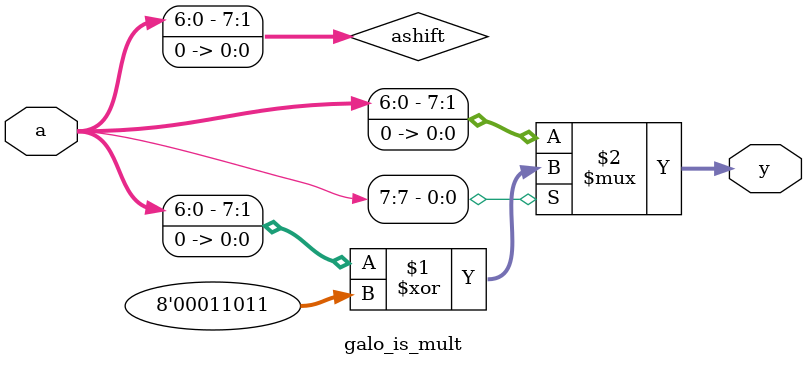
<source format=sv>

module galo_is_mult(input  logic [7:0] a,
                  output logic [7:0] y);

    logic [7:0] ashift;
    
    assign ashift = {a[6:0], 1'b0};
    assign y = a[7] ? (ashift ^ 8'b00011011) : ashift;
endmodule
</source>
